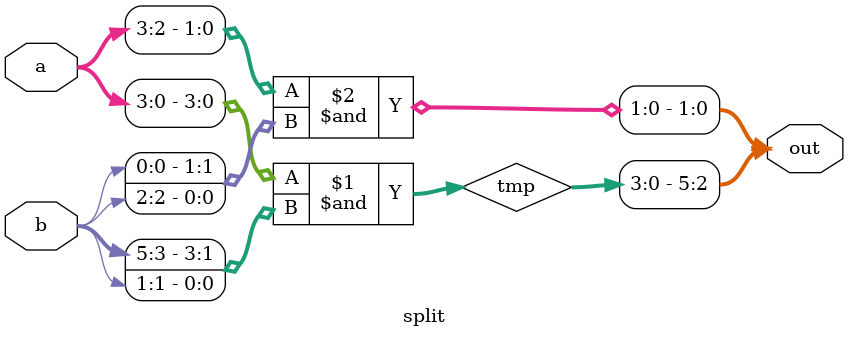
<source format=v>
module split( a, b, out);

	input [5:0] a;
	input [5:0] b;
	output [5:0] out;
	wire [5:0] out;

  wire [3:0] tmp;

  // This is quite mean: 
  //   The bit-vectors are torn apart and combined in strange ways.
	assign tmp = a[3:0] &  { b[5:3], b[1]};
	assign out[1:0] = a[3:2] & { b[0], b[2]};

  assign out[5:2]= tmp;

endmodule

</source>
